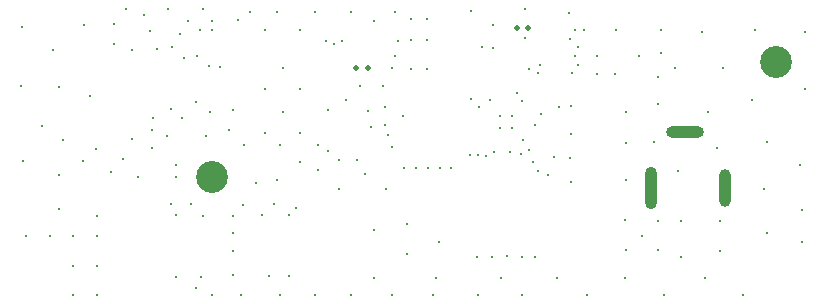
<source format=gbr>
%TF.GenerationSoftware,KiCad,Pcbnew,6.0.3-a3aad9c10e~116~ubuntu20.04.1*%
%TF.CreationDate,2022-03-23T21:19:06+01:00*%
%TF.ProjectId,Smart_Charger,536d6172-745f-4436-9861-726765722e6b,ED A0*%
%TF.SameCoordinates,Original*%
%TF.FileFunction,Plated,1,4,PTH,Mixed*%
%TF.FilePolarity,Positive*%
%FSLAX46Y46*%
G04 Gerber Fmt 4.6, Leading zero omitted, Abs format (unit mm)*
G04 Created by KiCad (PCBNEW 6.0.3-a3aad9c10e~116~ubuntu20.04.1) date 2022-03-23 21:19:06*
%MOMM*%
%LPD*%
G01*
G04 APERTURE LIST*
%TA.AperFunction,ViaDrill*%
%ADD10C,0.250000*%
%TD*%
%TA.AperFunction,ComponentDrill*%
%ADD11C,0.300000*%
%TD*%
%TA.AperFunction,ComponentDrill*%
%ADD12C,0.500000*%
%TD*%
G04 aperture for slot hole*
%TA.AperFunction,ComponentDrill*%
%ADD13O,1.000000X3.600000*%
%TD*%
G04 aperture for slot hole*
%TA.AperFunction,ComponentDrill*%
%ADD14O,3.200000X1.000000*%
%TD*%
G04 aperture for slot hole*
%TA.AperFunction,ComponentDrill*%
%ADD15O,1.000000X3.200000*%
%TD*%
%TA.AperFunction,ComponentDrill*%
%ADD16C,2.700000*%
%TD*%
G04 APERTURE END LIST*
D10*
X111500000Y-79700000D03*
X111575000Y-74650000D03*
X111625000Y-86000000D03*
X111900000Y-92400000D03*
X113300000Y-83100000D03*
X113900000Y-92400000D03*
X114175000Y-76675000D03*
X114675000Y-90125000D03*
X114700000Y-79800000D03*
X114725000Y-87250000D03*
X115050000Y-84250000D03*
X115900000Y-92400000D03*
X115900000Y-94900000D03*
X115900000Y-97400000D03*
X116750000Y-86025000D03*
X116825000Y-74550000D03*
X117300000Y-80500000D03*
X117850000Y-84975000D03*
X117900000Y-90725000D03*
X117900000Y-92400000D03*
X117900000Y-94900000D03*
X117900000Y-97400000D03*
X119139999Y-86929999D03*
X119400000Y-74400000D03*
X119400000Y-76150000D03*
X120150000Y-85900000D03*
X120400000Y-73150000D03*
X120884203Y-76600075D03*
X120900000Y-84150000D03*
X121400000Y-87400000D03*
X121900000Y-73650000D03*
X122425000Y-75050000D03*
X122550000Y-83425000D03*
X122550000Y-84950000D03*
X122650000Y-82400000D03*
X123025000Y-76525000D03*
X123875945Y-83882885D03*
X123900000Y-73150000D03*
X124150000Y-81650000D03*
X124150000Y-89650000D03*
X124237770Y-76360564D03*
X124600000Y-87425000D03*
X124600000Y-90600000D03*
X124650000Y-86400000D03*
X124650000Y-95825000D03*
X124925000Y-75300000D03*
X125150000Y-82400000D03*
X125250000Y-77325000D03*
X125650000Y-74150000D03*
X125900000Y-89650000D03*
X126275000Y-96825000D03*
X126325000Y-81025000D03*
X126425000Y-77125000D03*
X126650000Y-74900000D03*
X126750000Y-95825000D03*
X126875000Y-90675000D03*
X126900000Y-73150000D03*
X127150000Y-83900000D03*
X127375000Y-77950500D03*
X127486890Y-81856232D03*
X127650000Y-74150000D03*
X127650000Y-97400000D03*
X127675000Y-74900000D03*
X128350000Y-78050000D03*
X129062249Y-83443953D03*
X129400000Y-93650000D03*
X129425000Y-90675000D03*
X129425000Y-92125000D03*
X129450000Y-95650500D03*
X129472500Y-81672500D03*
X129847500Y-74072500D03*
X130150000Y-97400000D03*
X130288556Y-89788556D03*
X130400000Y-84650000D03*
X130900000Y-73400000D03*
X131400000Y-87900000D03*
X131925000Y-90575000D03*
X132150000Y-74900000D03*
X132150000Y-79900000D03*
X132150000Y-83650000D03*
X132463692Y-95797828D03*
X132900000Y-89650000D03*
X133150000Y-73400000D03*
X133150000Y-87650000D03*
X133400000Y-97400000D03*
X133425000Y-84650000D03*
X133650000Y-78150000D03*
X133650000Y-81900000D03*
X134175000Y-90625000D03*
X134175000Y-95800000D03*
X134800000Y-89975000D03*
X135150000Y-74900000D03*
X135150000Y-79900000D03*
X135150000Y-83650000D03*
X135150000Y-86150000D03*
X136400000Y-73400000D03*
X136400000Y-97400000D03*
X136600000Y-86825000D03*
X136650000Y-84650000D03*
X137334416Y-75890283D03*
X137450000Y-85225000D03*
X137471848Y-81698825D03*
X138025000Y-76100000D03*
X138375000Y-85925000D03*
X138400000Y-88400000D03*
X138700000Y-75875000D03*
X138988921Y-80903225D03*
X139400000Y-73400000D03*
X139400000Y-97400000D03*
X139935000Y-85925000D03*
X140150000Y-79650000D03*
X140600000Y-87100000D03*
X140895000Y-81775000D03*
X141150000Y-83150000D03*
X141400000Y-74150000D03*
X141400000Y-91900000D03*
X141400000Y-95900000D03*
X142150000Y-79650000D03*
X142275000Y-81450000D03*
X142275000Y-83000000D03*
X142400000Y-88400000D03*
X142588060Y-83857608D03*
X142875000Y-84875000D03*
X142900000Y-78150000D03*
X142900000Y-97400000D03*
X143150000Y-73400000D03*
X143150000Y-77150000D03*
X143422500Y-75872500D03*
X143844466Y-82214944D03*
X143925000Y-86600000D03*
X144150000Y-91400000D03*
X144150000Y-93900000D03*
X144500000Y-74000000D03*
X144500000Y-75800000D03*
X144500000Y-78200000D03*
X144925000Y-86600000D03*
X145900000Y-74000000D03*
X145900000Y-75800000D03*
X145900000Y-78200000D03*
X145925000Y-86600000D03*
X146400000Y-97400000D03*
X146650000Y-95900000D03*
X146900000Y-92900000D03*
X146925000Y-86600000D03*
X147925000Y-86600000D03*
X149500000Y-85484700D03*
X149575000Y-80800000D03*
X149600000Y-73325000D03*
X150100000Y-94150000D03*
X150150000Y-97400000D03*
X150194194Y-85547510D03*
X150225000Y-81450000D03*
X150507144Y-76382890D03*
X150891542Y-85621577D03*
X151225000Y-80850000D03*
X151375000Y-94150000D03*
X151450000Y-74525000D03*
X151464874Y-76496245D03*
X151500000Y-85240649D03*
X152150000Y-95900000D03*
X152650000Y-94100000D03*
X152898111Y-85274748D03*
X153475000Y-80300000D03*
X153800000Y-85400000D03*
X153881971Y-80913849D03*
X153900000Y-97400000D03*
X153905000Y-94125000D03*
X154000000Y-84275000D03*
X154150000Y-73150000D03*
X154182307Y-75635731D03*
X154475000Y-85100000D03*
X154526056Y-78201056D03*
X154800000Y-86150000D03*
X154976827Y-83024121D03*
X155025000Y-94150000D03*
X155249455Y-78550385D03*
X155290440Y-86837204D03*
X155425000Y-77900000D03*
X155538556Y-82038556D03*
X156073534Y-87244733D03*
X156650000Y-85725000D03*
X156900000Y-95900000D03*
X157024684Y-81498454D03*
X157850000Y-73500000D03*
X157975334Y-85798406D03*
X157981025Y-75739744D03*
X158023278Y-83784736D03*
X158031269Y-87828058D03*
X158050000Y-81350000D03*
X158110270Y-78582449D03*
X158350614Y-77159841D03*
X158400000Y-74900000D03*
X158625000Y-76400000D03*
X158625000Y-77925000D03*
X159150000Y-74900000D03*
X159400000Y-97400000D03*
X160227641Y-78675807D03*
X160240775Y-77174187D03*
X161751151Y-78675807D03*
X161900000Y-74900000D03*
X162650000Y-91025000D03*
X162650000Y-95900000D03*
X162675000Y-93600000D03*
X162700000Y-81875000D03*
X162700000Y-84475000D03*
X162700000Y-87625000D03*
X163825000Y-77150000D03*
X164100000Y-92375000D03*
X165075000Y-84400000D03*
X165425000Y-93600000D03*
X165450000Y-78925000D03*
X165450000Y-81225000D03*
X165450000Y-91150000D03*
X165650000Y-74900000D03*
X165700000Y-76925000D03*
X165900000Y-97400000D03*
X166900000Y-78150000D03*
X167150000Y-86900000D03*
X167400000Y-91150000D03*
X167400000Y-94150000D03*
X169150000Y-75150000D03*
X169400000Y-95900000D03*
X169650000Y-81900000D03*
X170400000Y-84900000D03*
X170650000Y-91150000D03*
X170650000Y-93650000D03*
X170900000Y-78150000D03*
X172650000Y-97400000D03*
X173400000Y-80900000D03*
X173650000Y-74900000D03*
X174400000Y-88400000D03*
X174650000Y-84400000D03*
X174650000Y-92150000D03*
X177400000Y-86400000D03*
X177650000Y-90150000D03*
X177650000Y-92900000D03*
X177900000Y-75150000D03*
X177900000Y-79900000D03*
D11*
%TO.C,U201*%
X152050000Y-82225000D03*
X152050000Y-83225000D03*
X153050000Y-82225000D03*
X153050000Y-83225000D03*
D12*
%TO.C,J302*%
X139847500Y-78157500D03*
X140847500Y-78157500D03*
%TO.C,J201*%
X153450000Y-74750000D03*
X154450000Y-74750000D03*
D13*
%TO.C,J101*%
X164800000Y-88350000D03*
D14*
X167700000Y-83550000D03*
D15*
X171100000Y-88350000D03*
D16*
%TO.C,H301*%
X127675000Y-87425000D03*
%TO.C,H302*%
X175450000Y-77650000D03*
M02*

</source>
